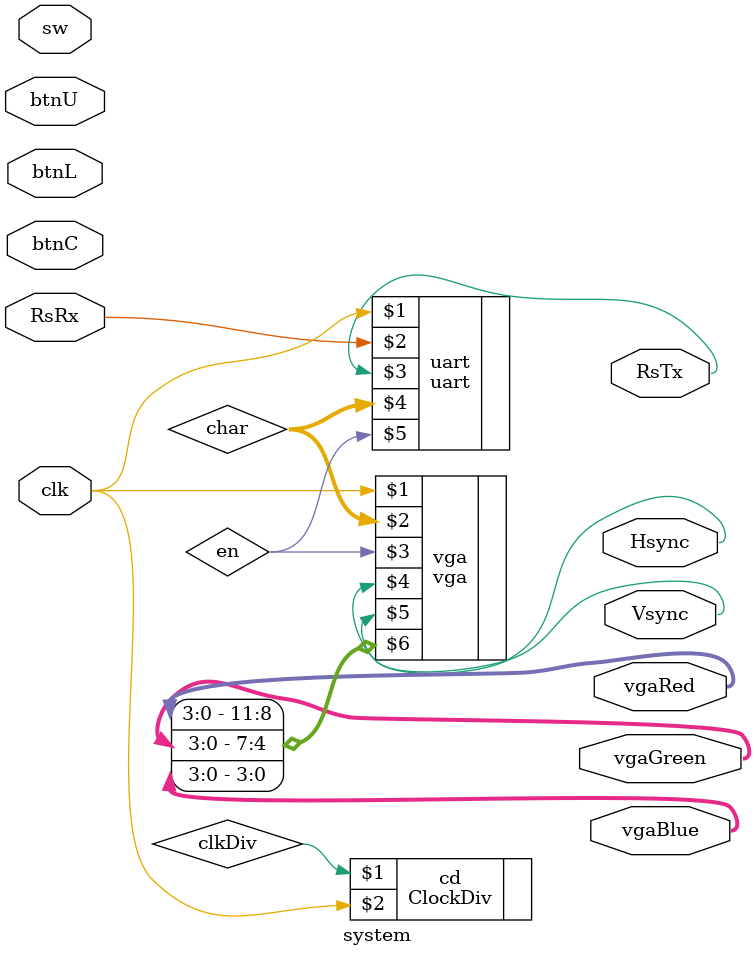
<source format=v>
`timescale 1ns / 1ps


module system (
    input wire [11:0] sw,
    input btnC,
    btnU,
    btnL,
    output wire Hsync,
    Vsync,
    output wire [3:0] vgaRed,
    vgaGreen,
    vgaBlue,
    output wire RsTx,
    input wire RsRx,
    input clk
);

    wire [7:0] char;
    wire clkDiv;
    wire en;
    ClockDiv cd (
        clkDiv,
        clk
    );

    vga vga (
        clk,
        char,
        en,
        Hsync,
        Vsync,
        {vgaRed, vgaGreen, vgaBlue}
    );
    uart uart (
        clk,
        RsRx,
        RsTx,
        char,
        en
    );
endmodule

</source>
